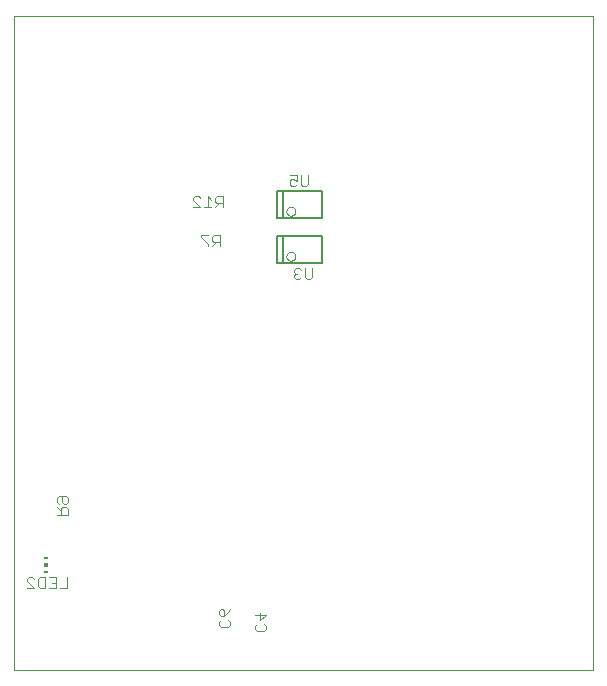
<source format=gbo>
G75*
%MOIN*%
%OFA0B0*%
%FSLAX24Y24*%
%IPPOS*%
%LPD*%
%AMOC8*
5,1,8,0,0,1.08239X$1,22.5*
%
%ADD10C,0.0000*%
%ADD11C,0.0030*%
%ADD12R,0.0118X0.0059*%
%ADD13R,0.0118X0.0118*%
%ADD14C,0.0080*%
%ADD15C,0.0040*%
D10*
X004030Y003000D02*
X004030Y024792D01*
X023321Y024792D01*
X023321Y003000D01*
X004030Y003000D01*
D11*
X004436Y005715D02*
X004683Y005715D01*
X004436Y005962D01*
X004436Y006024D01*
X004498Y006086D01*
X004622Y006086D01*
X004683Y006024D01*
X004805Y006024D02*
X004805Y005777D01*
X004866Y005715D01*
X005052Y005715D01*
X005052Y006086D01*
X004866Y006086D01*
X004805Y006024D01*
X005173Y006086D02*
X005420Y006086D01*
X005420Y005715D01*
X005173Y005715D01*
X005297Y005900D02*
X005420Y005900D01*
X005541Y005715D02*
X005788Y005715D01*
X005788Y006086D01*
X005815Y008165D02*
X005445Y008165D01*
X005568Y008165D02*
X005568Y008350D01*
X005630Y008412D01*
X005754Y008412D01*
X005815Y008350D01*
X005815Y008165D01*
X005568Y008289D02*
X005445Y008412D01*
X005507Y008534D02*
X005445Y008595D01*
X005445Y008719D01*
X005507Y008780D01*
X005754Y008780D01*
X005815Y008719D01*
X005815Y008595D01*
X005754Y008534D01*
X005692Y008534D01*
X005630Y008595D01*
X005630Y008780D01*
X010845Y004969D02*
X010907Y005030D01*
X010968Y005030D01*
X011030Y004969D01*
X011030Y004784D01*
X010907Y004784D01*
X010845Y004845D01*
X010845Y004969D01*
X011030Y004784D02*
X011154Y004907D01*
X011215Y005030D01*
X011154Y004662D02*
X011215Y004600D01*
X011215Y004477D01*
X011154Y004415D01*
X010907Y004415D01*
X010845Y004477D01*
X010845Y004600D01*
X010907Y004662D01*
X012045Y004832D02*
X012415Y004832D01*
X012230Y004647D01*
X012230Y004894D01*
X012107Y004525D02*
X012045Y004464D01*
X012045Y004340D01*
X012107Y004279D01*
X012354Y004279D01*
X012415Y004340D01*
X012415Y004464D01*
X012354Y004525D01*
X013398Y016015D02*
X013336Y016077D01*
X013336Y016139D01*
X013398Y016200D01*
X013460Y016200D01*
X013398Y016200D02*
X013336Y016262D01*
X013336Y016324D01*
X013398Y016386D01*
X013522Y016386D01*
X013583Y016324D01*
X013705Y016386D02*
X013705Y016077D01*
X013766Y016015D01*
X013890Y016015D01*
X013952Y016077D01*
X013952Y016386D01*
X013583Y016077D02*
X013522Y016015D01*
X013398Y016015D01*
X010865Y017115D02*
X010865Y017486D01*
X010680Y017486D01*
X010618Y017424D01*
X010618Y017300D01*
X010680Y017239D01*
X010865Y017239D01*
X010742Y017239D02*
X010618Y017115D01*
X010497Y017115D02*
X010497Y017177D01*
X010250Y017424D01*
X010250Y017486D01*
X010497Y017486D01*
X010473Y018415D02*
X010473Y018786D01*
X010597Y018662D01*
X010718Y018600D02*
X010780Y018539D01*
X010965Y018539D01*
X010842Y018539D02*
X010718Y018415D01*
X010597Y018415D02*
X010350Y018415D01*
X010228Y018415D02*
X009981Y018662D01*
X009981Y018724D01*
X010043Y018786D01*
X010167Y018786D01*
X010228Y018724D01*
X010228Y018415D02*
X009981Y018415D01*
X010718Y018600D02*
X010718Y018724D01*
X010780Y018786D01*
X010965Y018786D01*
X010965Y018415D01*
X013200Y019177D02*
X013262Y019115D01*
X013385Y019115D01*
X013447Y019177D01*
X013568Y019177D02*
X013568Y019486D01*
X013447Y019486D02*
X013447Y019300D01*
X013323Y019362D01*
X013262Y019362D01*
X013200Y019300D01*
X013200Y019177D01*
X013568Y019177D02*
X013630Y019115D01*
X013753Y019115D01*
X013815Y019177D01*
X013815Y019486D01*
X013447Y019486D02*
X013200Y019486D01*
D12*
X005089Y006736D03*
X005089Y006264D03*
D13*
X005089Y006500D03*
D14*
X012788Y016540D02*
X012788Y017460D01*
X014272Y017460D01*
X014272Y016540D01*
X012994Y016540D01*
X012788Y016540D01*
X012994Y016540D02*
X012994Y017450D01*
X012994Y018040D02*
X012788Y018040D01*
X012788Y018960D01*
X014272Y018960D01*
X014272Y018040D01*
X012994Y018040D01*
X012994Y018950D01*
D15*
X013090Y018280D02*
X013092Y018304D01*
X013098Y018328D01*
X013107Y018350D01*
X013120Y018370D01*
X013136Y018388D01*
X013155Y018403D01*
X013176Y018416D01*
X013198Y018424D01*
X013222Y018429D01*
X013246Y018430D01*
X013270Y018427D01*
X013293Y018420D01*
X013315Y018410D01*
X013335Y018396D01*
X013352Y018379D01*
X013367Y018360D01*
X013378Y018339D01*
X013386Y018316D01*
X013390Y018292D01*
X013390Y018268D01*
X013386Y018244D01*
X013378Y018221D01*
X013367Y018200D01*
X013352Y018181D01*
X013335Y018164D01*
X013315Y018150D01*
X013293Y018140D01*
X013270Y018133D01*
X013246Y018130D01*
X013222Y018131D01*
X013198Y018136D01*
X013176Y018144D01*
X013155Y018157D01*
X013136Y018172D01*
X013120Y018190D01*
X013107Y018210D01*
X013098Y018232D01*
X013092Y018256D01*
X013090Y018280D01*
X013090Y016780D02*
X013092Y016804D01*
X013098Y016828D01*
X013107Y016850D01*
X013120Y016870D01*
X013136Y016888D01*
X013155Y016903D01*
X013176Y016916D01*
X013198Y016924D01*
X013222Y016929D01*
X013246Y016930D01*
X013270Y016927D01*
X013293Y016920D01*
X013315Y016910D01*
X013335Y016896D01*
X013352Y016879D01*
X013367Y016860D01*
X013378Y016839D01*
X013386Y016816D01*
X013390Y016792D01*
X013390Y016768D01*
X013386Y016744D01*
X013378Y016721D01*
X013367Y016700D01*
X013352Y016681D01*
X013335Y016664D01*
X013315Y016650D01*
X013293Y016640D01*
X013270Y016633D01*
X013246Y016630D01*
X013222Y016631D01*
X013198Y016636D01*
X013176Y016644D01*
X013155Y016657D01*
X013136Y016672D01*
X013120Y016690D01*
X013107Y016710D01*
X013098Y016732D01*
X013092Y016756D01*
X013090Y016780D01*
M02*

</source>
